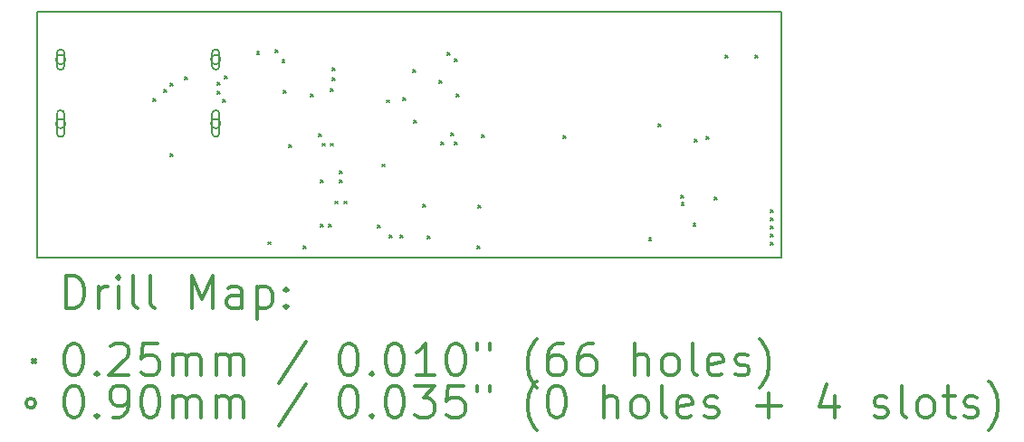
<source format=gbr>
%FSLAX45Y45*%
G04 Gerber Fmt 4.5, Leading zero omitted, Abs format (unit mm)*
G04 Created by KiCad (PCBNEW 5.1.5+dfsg1-2~bpo10+1) date 2020-03-24 15:05:40*
%MOMM*%
%LPD*%
G04 APERTURE LIST*
%TA.AperFunction,Profile*%
%ADD10C,0.200000*%
%TD*%
%ADD11C,0.200000*%
%ADD12C,0.300000*%
G04 APERTURE END LIST*
D10*
X12275000Y-9919000D02*
X19237000Y-9919000D01*
X12275000Y-12220000D02*
X12275000Y-9919000D01*
X19237000Y-9919000D02*
X19237000Y-12220000D01*
X19237000Y-12220000D02*
X12275000Y-12220000D01*
D11*
X13362500Y-10735500D02*
X13387500Y-10760500D01*
X13387500Y-10735500D02*
X13362500Y-10760500D01*
X13462500Y-10647500D02*
X13487500Y-10672500D01*
X13487500Y-10647500D02*
X13462500Y-10672500D01*
X13526500Y-10592500D02*
X13551500Y-10617500D01*
X13551500Y-10592500D02*
X13526500Y-10617500D01*
X13526500Y-11248500D02*
X13551500Y-11273500D01*
X13551500Y-11248500D02*
X13526500Y-11273500D01*
X13662500Y-10526500D02*
X13687500Y-10551500D01*
X13687500Y-10526500D02*
X13662500Y-10551500D01*
X13963500Y-10667500D02*
X13988500Y-10692500D01*
X13988500Y-10667500D02*
X13963500Y-10692500D01*
X13967500Y-10582500D02*
X13992500Y-10607500D01*
X13992500Y-10582500D02*
X13967500Y-10607500D01*
X14017500Y-10743500D02*
X14042500Y-10768500D01*
X14042500Y-10743500D02*
X14017500Y-10768500D01*
X14035500Y-10523500D02*
X14060500Y-10548500D01*
X14060500Y-10523500D02*
X14035500Y-10548500D01*
X14332500Y-10292733D02*
X14357500Y-10317733D01*
X14357500Y-10292733D02*
X14332500Y-10317733D01*
X14434500Y-12074500D02*
X14459500Y-12099500D01*
X14459500Y-12074500D02*
X14434500Y-12099500D01*
X14508500Y-10271500D02*
X14533500Y-10296500D01*
X14533500Y-10271500D02*
X14508500Y-10296500D01*
X14569500Y-10369500D02*
X14594500Y-10394500D01*
X14594500Y-10369500D02*
X14569500Y-10394500D01*
X14583170Y-10659500D02*
X14608170Y-10684500D01*
X14608170Y-10659500D02*
X14583170Y-10684500D01*
X14636500Y-11167500D02*
X14661500Y-11192500D01*
X14661500Y-11167500D02*
X14636500Y-11192500D01*
X14770500Y-12111001D02*
X14795500Y-12136001D01*
X14795500Y-12111001D02*
X14770500Y-12136001D01*
X14839500Y-10690698D02*
X14864500Y-10715698D01*
X14864500Y-10690698D02*
X14839500Y-10715698D01*
X14909500Y-11061500D02*
X14934500Y-11086500D01*
X14934500Y-11061500D02*
X14909500Y-11086500D01*
X14928500Y-11911500D02*
X14953500Y-11936500D01*
X14953500Y-11911500D02*
X14928500Y-11936500D01*
X14929500Y-11492500D02*
X14954500Y-11517500D01*
X14954500Y-11492500D02*
X14929500Y-11517500D01*
X14943500Y-11151500D02*
X14968500Y-11176500D01*
X14968500Y-11151500D02*
X14943500Y-11176500D01*
X15008500Y-11911500D02*
X15033500Y-11936500D01*
X15033500Y-11911500D02*
X15008500Y-11936500D01*
X15019500Y-10637500D02*
X15044500Y-10662500D01*
X15044500Y-10637500D02*
X15019500Y-10662500D01*
X15023500Y-11151500D02*
X15048500Y-11176500D01*
X15048500Y-11151500D02*
X15023500Y-11176500D01*
X15036500Y-10539500D02*
X15061500Y-10564500D01*
X15061500Y-10539500D02*
X15036500Y-10564500D01*
X15038500Y-10445500D02*
X15063500Y-10470500D01*
X15063500Y-10445500D02*
X15038500Y-10470500D01*
X15067500Y-11693500D02*
X15092500Y-11718500D01*
X15092500Y-11693500D02*
X15067500Y-11718500D01*
X15109231Y-11411364D02*
X15134231Y-11436364D01*
X15134231Y-11411364D02*
X15109231Y-11436364D01*
X15109231Y-11491364D02*
X15134231Y-11516364D01*
X15134231Y-11491364D02*
X15109231Y-11516364D01*
X15147500Y-11693500D02*
X15172500Y-11718500D01*
X15172500Y-11693500D02*
X15147500Y-11718500D01*
X15465500Y-11921500D02*
X15490500Y-11946500D01*
X15490500Y-11921500D02*
X15465500Y-11946500D01*
X15501500Y-11346500D02*
X15526500Y-11371500D01*
X15526500Y-11346500D02*
X15501500Y-11371500D01*
X15546500Y-10745000D02*
X15571500Y-10770000D01*
X15571500Y-10745000D02*
X15546500Y-10770000D01*
X15571500Y-12007500D02*
X15596500Y-12032500D01*
X15596500Y-12007500D02*
X15571500Y-12032500D01*
X15675500Y-12008500D02*
X15700500Y-12033500D01*
X15700500Y-12008500D02*
X15675500Y-12033500D01*
X15697500Y-10723500D02*
X15722500Y-10748500D01*
X15722500Y-10723500D02*
X15697500Y-10748500D01*
X15795500Y-10459500D02*
X15820500Y-10484500D01*
X15820500Y-10459500D02*
X15795500Y-10484500D01*
X15797500Y-10934500D02*
X15822500Y-10959500D01*
X15822500Y-10934500D02*
X15797500Y-10959500D01*
X15886500Y-11724500D02*
X15911500Y-11749500D01*
X15911500Y-11724500D02*
X15886500Y-11749500D01*
X15931500Y-12018500D02*
X15956500Y-12043500D01*
X15956500Y-12018500D02*
X15931500Y-12043500D01*
X16035877Y-10561123D02*
X16060877Y-10586123D01*
X16060877Y-10561123D02*
X16035877Y-10586123D01*
X16051500Y-11137500D02*
X16076500Y-11162500D01*
X16076500Y-11137500D02*
X16051500Y-11162500D01*
X16116500Y-10301500D02*
X16141500Y-10326500D01*
X16141500Y-10301500D02*
X16116500Y-10326500D01*
X16148500Y-11053500D02*
X16173500Y-11078500D01*
X16173500Y-11053500D02*
X16148500Y-11078500D01*
X16179500Y-10359500D02*
X16204500Y-10384500D01*
X16204500Y-10359500D02*
X16179500Y-10384500D01*
X16180500Y-11137500D02*
X16205500Y-11162500D01*
X16205500Y-11137500D02*
X16180500Y-11162500D01*
X16199500Y-10689500D02*
X16224500Y-10714500D01*
X16224500Y-10689500D02*
X16199500Y-10714500D01*
X16395500Y-12111500D02*
X16420500Y-12136500D01*
X16420500Y-12111500D02*
X16395500Y-12136500D01*
X16398500Y-11730500D02*
X16423500Y-11755500D01*
X16423500Y-11730500D02*
X16398500Y-11755500D01*
X16434500Y-11069500D02*
X16459500Y-11094500D01*
X16459500Y-11069500D02*
X16434500Y-11094500D01*
X17195500Y-11081500D02*
X17220500Y-11106500D01*
X17220500Y-11081500D02*
X17195500Y-11106500D01*
X17998500Y-12038500D02*
X18023500Y-12063500D01*
X18023500Y-12038500D02*
X17998500Y-12063500D01*
X18089500Y-10973500D02*
X18114500Y-10998500D01*
X18114500Y-10973500D02*
X18089500Y-10998500D01*
X18302200Y-11636500D02*
X18327200Y-11661500D01*
X18327200Y-11636500D02*
X18302200Y-11661500D01*
X18303200Y-11705500D02*
X18328200Y-11730500D01*
X18328200Y-11705500D02*
X18303200Y-11730500D01*
X18413200Y-11899500D02*
X18438200Y-11924500D01*
X18438200Y-11899500D02*
X18413200Y-11924500D01*
X18427500Y-11110500D02*
X18452500Y-11135500D01*
X18452500Y-11110500D02*
X18427500Y-11135500D01*
X18536500Y-11084500D02*
X18561500Y-11109500D01*
X18561500Y-11084500D02*
X18536500Y-11109500D01*
X18614200Y-11658500D02*
X18639200Y-11683500D01*
X18639200Y-11658500D02*
X18614200Y-11683500D01*
X18710500Y-10323500D02*
X18735500Y-10348500D01*
X18735500Y-10323500D02*
X18710500Y-10348500D01*
X18994500Y-10322500D02*
X19019500Y-10347500D01*
X19019500Y-10322500D02*
X18994500Y-10347500D01*
X19139500Y-11773500D02*
X19164500Y-11798500D01*
X19164500Y-11773500D02*
X19139500Y-11798500D01*
X19139500Y-11850500D02*
X19164500Y-11875500D01*
X19164500Y-11850500D02*
X19139500Y-11875500D01*
X19139500Y-11928500D02*
X19164500Y-11953500D01*
X19164500Y-11928500D02*
X19139500Y-11953500D01*
X19139500Y-12005500D02*
X19164500Y-12030500D01*
X19164500Y-12005500D02*
X19139500Y-12030500D01*
X19139500Y-12081500D02*
X19164500Y-12106500D01*
X19164500Y-12081500D02*
X19139500Y-12106500D01*
X12544000Y-10367000D02*
G75*
G03X12544000Y-10367000I-45000J0D01*
G01*
X12464000Y-10307000D02*
X12464000Y-10427000D01*
X12534000Y-10307000D02*
X12534000Y-10427000D01*
X12464000Y-10427000D02*
G75*
G03X12534000Y-10427000I35000J0D01*
G01*
X12534000Y-10307000D02*
G75*
G03X12464000Y-10307000I-35000J0D01*
G01*
X12544000Y-10967000D02*
G75*
G03X12544000Y-10967000I-45000J0D01*
G01*
X12464000Y-10877000D02*
X12464000Y-11057000D01*
X12534000Y-10877000D02*
X12534000Y-11057000D01*
X12464000Y-11057000D02*
G75*
G03X12534000Y-11057000I35000J0D01*
G01*
X12534000Y-10877000D02*
G75*
G03X12464000Y-10877000I-35000J0D01*
G01*
X13994000Y-10367000D02*
G75*
G03X13994000Y-10367000I-45000J0D01*
G01*
X13914000Y-10307000D02*
X13914000Y-10427000D01*
X13984000Y-10307000D02*
X13984000Y-10427000D01*
X13914000Y-10427000D02*
G75*
G03X13984000Y-10427000I35000J0D01*
G01*
X13984000Y-10307000D02*
G75*
G03X13914000Y-10307000I-35000J0D01*
G01*
X13994000Y-10967000D02*
G75*
G03X13994000Y-10967000I-45000J0D01*
G01*
X13914000Y-10877000D02*
X13914000Y-11057000D01*
X13984000Y-10877000D02*
X13984000Y-11057000D01*
X13914000Y-11057000D02*
G75*
G03X13984000Y-11057000I35000J0D01*
G01*
X13984000Y-10877000D02*
G75*
G03X13914000Y-10877000I-35000J0D01*
G01*
D12*
X12551428Y-12695714D02*
X12551428Y-12395714D01*
X12622857Y-12395714D01*
X12665714Y-12410000D01*
X12694286Y-12438571D01*
X12708571Y-12467143D01*
X12722857Y-12524286D01*
X12722857Y-12567143D01*
X12708571Y-12624286D01*
X12694286Y-12652857D01*
X12665714Y-12681429D01*
X12622857Y-12695714D01*
X12551428Y-12695714D01*
X12851428Y-12695714D02*
X12851428Y-12495714D01*
X12851428Y-12552857D02*
X12865714Y-12524286D01*
X12880000Y-12510000D01*
X12908571Y-12495714D01*
X12937143Y-12495714D01*
X13037143Y-12695714D02*
X13037143Y-12495714D01*
X13037143Y-12395714D02*
X13022857Y-12410000D01*
X13037143Y-12424286D01*
X13051428Y-12410000D01*
X13037143Y-12395714D01*
X13037143Y-12424286D01*
X13222857Y-12695714D02*
X13194286Y-12681429D01*
X13180000Y-12652857D01*
X13180000Y-12395714D01*
X13380000Y-12695714D02*
X13351428Y-12681429D01*
X13337143Y-12652857D01*
X13337143Y-12395714D01*
X13722857Y-12695714D02*
X13722857Y-12395714D01*
X13822857Y-12610000D01*
X13922857Y-12395714D01*
X13922857Y-12695714D01*
X14194286Y-12695714D02*
X14194286Y-12538571D01*
X14180000Y-12510000D01*
X14151428Y-12495714D01*
X14094286Y-12495714D01*
X14065714Y-12510000D01*
X14194286Y-12681429D02*
X14165714Y-12695714D01*
X14094286Y-12695714D01*
X14065714Y-12681429D01*
X14051428Y-12652857D01*
X14051428Y-12624286D01*
X14065714Y-12595714D01*
X14094286Y-12581429D01*
X14165714Y-12581429D01*
X14194286Y-12567143D01*
X14337143Y-12495714D02*
X14337143Y-12795714D01*
X14337143Y-12510000D02*
X14365714Y-12495714D01*
X14422857Y-12495714D01*
X14451428Y-12510000D01*
X14465714Y-12524286D01*
X14480000Y-12552857D01*
X14480000Y-12638571D01*
X14465714Y-12667143D01*
X14451428Y-12681429D01*
X14422857Y-12695714D01*
X14365714Y-12695714D01*
X14337143Y-12681429D01*
X14608571Y-12667143D02*
X14622857Y-12681429D01*
X14608571Y-12695714D01*
X14594286Y-12681429D01*
X14608571Y-12667143D01*
X14608571Y-12695714D01*
X14608571Y-12510000D02*
X14622857Y-12524286D01*
X14608571Y-12538571D01*
X14594286Y-12524286D01*
X14608571Y-12510000D01*
X14608571Y-12538571D01*
X12240000Y-13177500D02*
X12265000Y-13202500D01*
X12265000Y-13177500D02*
X12240000Y-13202500D01*
X12608571Y-13025714D02*
X12637143Y-13025714D01*
X12665714Y-13040000D01*
X12680000Y-13054286D01*
X12694286Y-13082857D01*
X12708571Y-13140000D01*
X12708571Y-13211429D01*
X12694286Y-13268571D01*
X12680000Y-13297143D01*
X12665714Y-13311429D01*
X12637143Y-13325714D01*
X12608571Y-13325714D01*
X12580000Y-13311429D01*
X12565714Y-13297143D01*
X12551428Y-13268571D01*
X12537143Y-13211429D01*
X12537143Y-13140000D01*
X12551428Y-13082857D01*
X12565714Y-13054286D01*
X12580000Y-13040000D01*
X12608571Y-13025714D01*
X12837143Y-13297143D02*
X12851428Y-13311429D01*
X12837143Y-13325714D01*
X12822857Y-13311429D01*
X12837143Y-13297143D01*
X12837143Y-13325714D01*
X12965714Y-13054286D02*
X12980000Y-13040000D01*
X13008571Y-13025714D01*
X13080000Y-13025714D01*
X13108571Y-13040000D01*
X13122857Y-13054286D01*
X13137143Y-13082857D01*
X13137143Y-13111429D01*
X13122857Y-13154286D01*
X12951428Y-13325714D01*
X13137143Y-13325714D01*
X13408571Y-13025714D02*
X13265714Y-13025714D01*
X13251428Y-13168571D01*
X13265714Y-13154286D01*
X13294286Y-13140000D01*
X13365714Y-13140000D01*
X13394286Y-13154286D01*
X13408571Y-13168571D01*
X13422857Y-13197143D01*
X13422857Y-13268571D01*
X13408571Y-13297143D01*
X13394286Y-13311429D01*
X13365714Y-13325714D01*
X13294286Y-13325714D01*
X13265714Y-13311429D01*
X13251428Y-13297143D01*
X13551428Y-13325714D02*
X13551428Y-13125714D01*
X13551428Y-13154286D02*
X13565714Y-13140000D01*
X13594286Y-13125714D01*
X13637143Y-13125714D01*
X13665714Y-13140000D01*
X13680000Y-13168571D01*
X13680000Y-13325714D01*
X13680000Y-13168571D02*
X13694286Y-13140000D01*
X13722857Y-13125714D01*
X13765714Y-13125714D01*
X13794286Y-13140000D01*
X13808571Y-13168571D01*
X13808571Y-13325714D01*
X13951428Y-13325714D02*
X13951428Y-13125714D01*
X13951428Y-13154286D02*
X13965714Y-13140000D01*
X13994286Y-13125714D01*
X14037143Y-13125714D01*
X14065714Y-13140000D01*
X14080000Y-13168571D01*
X14080000Y-13325714D01*
X14080000Y-13168571D02*
X14094286Y-13140000D01*
X14122857Y-13125714D01*
X14165714Y-13125714D01*
X14194286Y-13140000D01*
X14208571Y-13168571D01*
X14208571Y-13325714D01*
X14794286Y-13011429D02*
X14537143Y-13397143D01*
X15180000Y-13025714D02*
X15208571Y-13025714D01*
X15237143Y-13040000D01*
X15251428Y-13054286D01*
X15265714Y-13082857D01*
X15280000Y-13140000D01*
X15280000Y-13211429D01*
X15265714Y-13268571D01*
X15251428Y-13297143D01*
X15237143Y-13311429D01*
X15208571Y-13325714D01*
X15180000Y-13325714D01*
X15151428Y-13311429D01*
X15137143Y-13297143D01*
X15122857Y-13268571D01*
X15108571Y-13211429D01*
X15108571Y-13140000D01*
X15122857Y-13082857D01*
X15137143Y-13054286D01*
X15151428Y-13040000D01*
X15180000Y-13025714D01*
X15408571Y-13297143D02*
X15422857Y-13311429D01*
X15408571Y-13325714D01*
X15394286Y-13311429D01*
X15408571Y-13297143D01*
X15408571Y-13325714D01*
X15608571Y-13025714D02*
X15637143Y-13025714D01*
X15665714Y-13040000D01*
X15680000Y-13054286D01*
X15694286Y-13082857D01*
X15708571Y-13140000D01*
X15708571Y-13211429D01*
X15694286Y-13268571D01*
X15680000Y-13297143D01*
X15665714Y-13311429D01*
X15637143Y-13325714D01*
X15608571Y-13325714D01*
X15580000Y-13311429D01*
X15565714Y-13297143D01*
X15551428Y-13268571D01*
X15537143Y-13211429D01*
X15537143Y-13140000D01*
X15551428Y-13082857D01*
X15565714Y-13054286D01*
X15580000Y-13040000D01*
X15608571Y-13025714D01*
X15994286Y-13325714D02*
X15822857Y-13325714D01*
X15908571Y-13325714D02*
X15908571Y-13025714D01*
X15880000Y-13068571D01*
X15851428Y-13097143D01*
X15822857Y-13111429D01*
X16180000Y-13025714D02*
X16208571Y-13025714D01*
X16237143Y-13040000D01*
X16251428Y-13054286D01*
X16265714Y-13082857D01*
X16280000Y-13140000D01*
X16280000Y-13211429D01*
X16265714Y-13268571D01*
X16251428Y-13297143D01*
X16237143Y-13311429D01*
X16208571Y-13325714D01*
X16180000Y-13325714D01*
X16151428Y-13311429D01*
X16137143Y-13297143D01*
X16122857Y-13268571D01*
X16108571Y-13211429D01*
X16108571Y-13140000D01*
X16122857Y-13082857D01*
X16137143Y-13054286D01*
X16151428Y-13040000D01*
X16180000Y-13025714D01*
X16394286Y-13025714D02*
X16394286Y-13082857D01*
X16508571Y-13025714D02*
X16508571Y-13082857D01*
X16951428Y-13440000D02*
X16937143Y-13425714D01*
X16908571Y-13382857D01*
X16894286Y-13354286D01*
X16880000Y-13311429D01*
X16865714Y-13240000D01*
X16865714Y-13182857D01*
X16880000Y-13111429D01*
X16894286Y-13068571D01*
X16908571Y-13040000D01*
X16937143Y-12997143D01*
X16951428Y-12982857D01*
X17194286Y-13025714D02*
X17137143Y-13025714D01*
X17108571Y-13040000D01*
X17094286Y-13054286D01*
X17065714Y-13097143D01*
X17051428Y-13154286D01*
X17051428Y-13268571D01*
X17065714Y-13297143D01*
X17080000Y-13311429D01*
X17108571Y-13325714D01*
X17165714Y-13325714D01*
X17194286Y-13311429D01*
X17208571Y-13297143D01*
X17222857Y-13268571D01*
X17222857Y-13197143D01*
X17208571Y-13168571D01*
X17194286Y-13154286D01*
X17165714Y-13140000D01*
X17108571Y-13140000D01*
X17080000Y-13154286D01*
X17065714Y-13168571D01*
X17051428Y-13197143D01*
X17480000Y-13025714D02*
X17422857Y-13025714D01*
X17394286Y-13040000D01*
X17380000Y-13054286D01*
X17351428Y-13097143D01*
X17337143Y-13154286D01*
X17337143Y-13268571D01*
X17351428Y-13297143D01*
X17365714Y-13311429D01*
X17394286Y-13325714D01*
X17451428Y-13325714D01*
X17480000Y-13311429D01*
X17494286Y-13297143D01*
X17508571Y-13268571D01*
X17508571Y-13197143D01*
X17494286Y-13168571D01*
X17480000Y-13154286D01*
X17451428Y-13140000D01*
X17394286Y-13140000D01*
X17365714Y-13154286D01*
X17351428Y-13168571D01*
X17337143Y-13197143D01*
X17865714Y-13325714D02*
X17865714Y-13025714D01*
X17994286Y-13325714D02*
X17994286Y-13168571D01*
X17980000Y-13140000D01*
X17951428Y-13125714D01*
X17908571Y-13125714D01*
X17880000Y-13140000D01*
X17865714Y-13154286D01*
X18180000Y-13325714D02*
X18151428Y-13311429D01*
X18137143Y-13297143D01*
X18122857Y-13268571D01*
X18122857Y-13182857D01*
X18137143Y-13154286D01*
X18151428Y-13140000D01*
X18180000Y-13125714D01*
X18222857Y-13125714D01*
X18251428Y-13140000D01*
X18265714Y-13154286D01*
X18280000Y-13182857D01*
X18280000Y-13268571D01*
X18265714Y-13297143D01*
X18251428Y-13311429D01*
X18222857Y-13325714D01*
X18180000Y-13325714D01*
X18451428Y-13325714D02*
X18422857Y-13311429D01*
X18408571Y-13282857D01*
X18408571Y-13025714D01*
X18680000Y-13311429D02*
X18651428Y-13325714D01*
X18594286Y-13325714D01*
X18565714Y-13311429D01*
X18551428Y-13282857D01*
X18551428Y-13168571D01*
X18565714Y-13140000D01*
X18594286Y-13125714D01*
X18651428Y-13125714D01*
X18680000Y-13140000D01*
X18694286Y-13168571D01*
X18694286Y-13197143D01*
X18551428Y-13225714D01*
X18808571Y-13311429D02*
X18837143Y-13325714D01*
X18894286Y-13325714D01*
X18922857Y-13311429D01*
X18937143Y-13282857D01*
X18937143Y-13268571D01*
X18922857Y-13240000D01*
X18894286Y-13225714D01*
X18851428Y-13225714D01*
X18822857Y-13211429D01*
X18808571Y-13182857D01*
X18808571Y-13168571D01*
X18822857Y-13140000D01*
X18851428Y-13125714D01*
X18894286Y-13125714D01*
X18922857Y-13140000D01*
X19037143Y-13440000D02*
X19051428Y-13425714D01*
X19080000Y-13382857D01*
X19094286Y-13354286D01*
X19108571Y-13311429D01*
X19122857Y-13240000D01*
X19122857Y-13182857D01*
X19108571Y-13111429D01*
X19094286Y-13068571D01*
X19080000Y-13040000D01*
X19051428Y-12997143D01*
X19037143Y-12982857D01*
X12265000Y-13586000D02*
G75*
G03X12265000Y-13586000I-45000J0D01*
G01*
X12608571Y-13421714D02*
X12637143Y-13421714D01*
X12665714Y-13436000D01*
X12680000Y-13450286D01*
X12694286Y-13478857D01*
X12708571Y-13536000D01*
X12708571Y-13607429D01*
X12694286Y-13664571D01*
X12680000Y-13693143D01*
X12665714Y-13707429D01*
X12637143Y-13721714D01*
X12608571Y-13721714D01*
X12580000Y-13707429D01*
X12565714Y-13693143D01*
X12551428Y-13664571D01*
X12537143Y-13607429D01*
X12537143Y-13536000D01*
X12551428Y-13478857D01*
X12565714Y-13450286D01*
X12580000Y-13436000D01*
X12608571Y-13421714D01*
X12837143Y-13693143D02*
X12851428Y-13707429D01*
X12837143Y-13721714D01*
X12822857Y-13707429D01*
X12837143Y-13693143D01*
X12837143Y-13721714D01*
X12994286Y-13721714D02*
X13051428Y-13721714D01*
X13080000Y-13707429D01*
X13094286Y-13693143D01*
X13122857Y-13650286D01*
X13137143Y-13593143D01*
X13137143Y-13478857D01*
X13122857Y-13450286D01*
X13108571Y-13436000D01*
X13080000Y-13421714D01*
X13022857Y-13421714D01*
X12994286Y-13436000D01*
X12980000Y-13450286D01*
X12965714Y-13478857D01*
X12965714Y-13550286D01*
X12980000Y-13578857D01*
X12994286Y-13593143D01*
X13022857Y-13607429D01*
X13080000Y-13607429D01*
X13108571Y-13593143D01*
X13122857Y-13578857D01*
X13137143Y-13550286D01*
X13322857Y-13421714D02*
X13351428Y-13421714D01*
X13380000Y-13436000D01*
X13394286Y-13450286D01*
X13408571Y-13478857D01*
X13422857Y-13536000D01*
X13422857Y-13607429D01*
X13408571Y-13664571D01*
X13394286Y-13693143D01*
X13380000Y-13707429D01*
X13351428Y-13721714D01*
X13322857Y-13721714D01*
X13294286Y-13707429D01*
X13280000Y-13693143D01*
X13265714Y-13664571D01*
X13251428Y-13607429D01*
X13251428Y-13536000D01*
X13265714Y-13478857D01*
X13280000Y-13450286D01*
X13294286Y-13436000D01*
X13322857Y-13421714D01*
X13551428Y-13721714D02*
X13551428Y-13521714D01*
X13551428Y-13550286D02*
X13565714Y-13536000D01*
X13594286Y-13521714D01*
X13637143Y-13521714D01*
X13665714Y-13536000D01*
X13680000Y-13564571D01*
X13680000Y-13721714D01*
X13680000Y-13564571D02*
X13694286Y-13536000D01*
X13722857Y-13521714D01*
X13765714Y-13521714D01*
X13794286Y-13536000D01*
X13808571Y-13564571D01*
X13808571Y-13721714D01*
X13951428Y-13721714D02*
X13951428Y-13521714D01*
X13951428Y-13550286D02*
X13965714Y-13536000D01*
X13994286Y-13521714D01*
X14037143Y-13521714D01*
X14065714Y-13536000D01*
X14080000Y-13564571D01*
X14080000Y-13721714D01*
X14080000Y-13564571D02*
X14094286Y-13536000D01*
X14122857Y-13521714D01*
X14165714Y-13521714D01*
X14194286Y-13536000D01*
X14208571Y-13564571D01*
X14208571Y-13721714D01*
X14794286Y-13407429D02*
X14537143Y-13793143D01*
X15180000Y-13421714D02*
X15208571Y-13421714D01*
X15237143Y-13436000D01*
X15251428Y-13450286D01*
X15265714Y-13478857D01*
X15280000Y-13536000D01*
X15280000Y-13607429D01*
X15265714Y-13664571D01*
X15251428Y-13693143D01*
X15237143Y-13707429D01*
X15208571Y-13721714D01*
X15180000Y-13721714D01*
X15151428Y-13707429D01*
X15137143Y-13693143D01*
X15122857Y-13664571D01*
X15108571Y-13607429D01*
X15108571Y-13536000D01*
X15122857Y-13478857D01*
X15137143Y-13450286D01*
X15151428Y-13436000D01*
X15180000Y-13421714D01*
X15408571Y-13693143D02*
X15422857Y-13707429D01*
X15408571Y-13721714D01*
X15394286Y-13707429D01*
X15408571Y-13693143D01*
X15408571Y-13721714D01*
X15608571Y-13421714D02*
X15637143Y-13421714D01*
X15665714Y-13436000D01*
X15680000Y-13450286D01*
X15694286Y-13478857D01*
X15708571Y-13536000D01*
X15708571Y-13607429D01*
X15694286Y-13664571D01*
X15680000Y-13693143D01*
X15665714Y-13707429D01*
X15637143Y-13721714D01*
X15608571Y-13721714D01*
X15580000Y-13707429D01*
X15565714Y-13693143D01*
X15551428Y-13664571D01*
X15537143Y-13607429D01*
X15537143Y-13536000D01*
X15551428Y-13478857D01*
X15565714Y-13450286D01*
X15580000Y-13436000D01*
X15608571Y-13421714D01*
X15808571Y-13421714D02*
X15994286Y-13421714D01*
X15894286Y-13536000D01*
X15937143Y-13536000D01*
X15965714Y-13550286D01*
X15980000Y-13564571D01*
X15994286Y-13593143D01*
X15994286Y-13664571D01*
X15980000Y-13693143D01*
X15965714Y-13707429D01*
X15937143Y-13721714D01*
X15851428Y-13721714D01*
X15822857Y-13707429D01*
X15808571Y-13693143D01*
X16265714Y-13421714D02*
X16122857Y-13421714D01*
X16108571Y-13564571D01*
X16122857Y-13550286D01*
X16151428Y-13536000D01*
X16222857Y-13536000D01*
X16251428Y-13550286D01*
X16265714Y-13564571D01*
X16280000Y-13593143D01*
X16280000Y-13664571D01*
X16265714Y-13693143D01*
X16251428Y-13707429D01*
X16222857Y-13721714D01*
X16151428Y-13721714D01*
X16122857Y-13707429D01*
X16108571Y-13693143D01*
X16394286Y-13421714D02*
X16394286Y-13478857D01*
X16508571Y-13421714D02*
X16508571Y-13478857D01*
X16951428Y-13836000D02*
X16937143Y-13821714D01*
X16908571Y-13778857D01*
X16894286Y-13750286D01*
X16880000Y-13707429D01*
X16865714Y-13636000D01*
X16865714Y-13578857D01*
X16880000Y-13507429D01*
X16894286Y-13464571D01*
X16908571Y-13436000D01*
X16937143Y-13393143D01*
X16951428Y-13378857D01*
X17122857Y-13421714D02*
X17151428Y-13421714D01*
X17180000Y-13436000D01*
X17194286Y-13450286D01*
X17208571Y-13478857D01*
X17222857Y-13536000D01*
X17222857Y-13607429D01*
X17208571Y-13664571D01*
X17194286Y-13693143D01*
X17180000Y-13707429D01*
X17151428Y-13721714D01*
X17122857Y-13721714D01*
X17094286Y-13707429D01*
X17080000Y-13693143D01*
X17065714Y-13664571D01*
X17051428Y-13607429D01*
X17051428Y-13536000D01*
X17065714Y-13478857D01*
X17080000Y-13450286D01*
X17094286Y-13436000D01*
X17122857Y-13421714D01*
X17580000Y-13721714D02*
X17580000Y-13421714D01*
X17708571Y-13721714D02*
X17708571Y-13564571D01*
X17694286Y-13536000D01*
X17665714Y-13521714D01*
X17622857Y-13521714D01*
X17594286Y-13536000D01*
X17580000Y-13550286D01*
X17894286Y-13721714D02*
X17865714Y-13707429D01*
X17851428Y-13693143D01*
X17837143Y-13664571D01*
X17837143Y-13578857D01*
X17851428Y-13550286D01*
X17865714Y-13536000D01*
X17894286Y-13521714D01*
X17937143Y-13521714D01*
X17965714Y-13536000D01*
X17980000Y-13550286D01*
X17994286Y-13578857D01*
X17994286Y-13664571D01*
X17980000Y-13693143D01*
X17965714Y-13707429D01*
X17937143Y-13721714D01*
X17894286Y-13721714D01*
X18165714Y-13721714D02*
X18137143Y-13707429D01*
X18122857Y-13678857D01*
X18122857Y-13421714D01*
X18394286Y-13707429D02*
X18365714Y-13721714D01*
X18308571Y-13721714D01*
X18280000Y-13707429D01*
X18265714Y-13678857D01*
X18265714Y-13564571D01*
X18280000Y-13536000D01*
X18308571Y-13521714D01*
X18365714Y-13521714D01*
X18394286Y-13536000D01*
X18408571Y-13564571D01*
X18408571Y-13593143D01*
X18265714Y-13621714D01*
X18522857Y-13707429D02*
X18551428Y-13721714D01*
X18608571Y-13721714D01*
X18637143Y-13707429D01*
X18651428Y-13678857D01*
X18651428Y-13664571D01*
X18637143Y-13636000D01*
X18608571Y-13621714D01*
X18565714Y-13621714D01*
X18537143Y-13607429D01*
X18522857Y-13578857D01*
X18522857Y-13564571D01*
X18537143Y-13536000D01*
X18565714Y-13521714D01*
X18608571Y-13521714D01*
X18637143Y-13536000D01*
X19008571Y-13607429D02*
X19237143Y-13607429D01*
X19122857Y-13721714D02*
X19122857Y-13493143D01*
X19737143Y-13521714D02*
X19737143Y-13721714D01*
X19665714Y-13407429D02*
X19594286Y-13621714D01*
X19780000Y-13621714D01*
X20108571Y-13707429D02*
X20137143Y-13721714D01*
X20194286Y-13721714D01*
X20222857Y-13707429D01*
X20237143Y-13678857D01*
X20237143Y-13664571D01*
X20222857Y-13636000D01*
X20194286Y-13621714D01*
X20151428Y-13621714D01*
X20122857Y-13607429D01*
X20108571Y-13578857D01*
X20108571Y-13564571D01*
X20122857Y-13536000D01*
X20151428Y-13521714D01*
X20194286Y-13521714D01*
X20222857Y-13536000D01*
X20408571Y-13721714D02*
X20380000Y-13707429D01*
X20365714Y-13678857D01*
X20365714Y-13421714D01*
X20565714Y-13721714D02*
X20537143Y-13707429D01*
X20522857Y-13693143D01*
X20508571Y-13664571D01*
X20508571Y-13578857D01*
X20522857Y-13550286D01*
X20537143Y-13536000D01*
X20565714Y-13521714D01*
X20608571Y-13521714D01*
X20637143Y-13536000D01*
X20651428Y-13550286D01*
X20665714Y-13578857D01*
X20665714Y-13664571D01*
X20651428Y-13693143D01*
X20637143Y-13707429D01*
X20608571Y-13721714D01*
X20565714Y-13721714D01*
X20751428Y-13521714D02*
X20865714Y-13521714D01*
X20794286Y-13421714D02*
X20794286Y-13678857D01*
X20808571Y-13707429D01*
X20837143Y-13721714D01*
X20865714Y-13721714D01*
X20951428Y-13707429D02*
X20980000Y-13721714D01*
X21037143Y-13721714D01*
X21065714Y-13707429D01*
X21080000Y-13678857D01*
X21080000Y-13664571D01*
X21065714Y-13636000D01*
X21037143Y-13621714D01*
X20994286Y-13621714D01*
X20965714Y-13607429D01*
X20951428Y-13578857D01*
X20951428Y-13564571D01*
X20965714Y-13536000D01*
X20994286Y-13521714D01*
X21037143Y-13521714D01*
X21065714Y-13536000D01*
X21180000Y-13836000D02*
X21194286Y-13821714D01*
X21222857Y-13778857D01*
X21237143Y-13750286D01*
X21251428Y-13707429D01*
X21265714Y-13636000D01*
X21265714Y-13578857D01*
X21251428Y-13507429D01*
X21237143Y-13464571D01*
X21222857Y-13436000D01*
X21194286Y-13393143D01*
X21180000Y-13378857D01*
M02*

</source>
